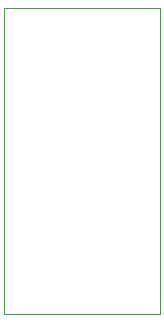
<source format=gbr>
%TF.GenerationSoftware,KiCad,Pcbnew,5.1.10*%
%TF.CreationDate,2021-05-25T21:26:01+02:00*%
%TF.ProjectId,leftside,6c656674-7369-4646-952e-6b696361645f,rev?*%
%TF.SameCoordinates,Original*%
%TF.FileFunction,Profile,NP*%
%FSLAX46Y46*%
G04 Gerber Fmt 4.6, Leading zero omitted, Abs format (unit mm)*
G04 Created by KiCad (PCBNEW 5.1.10) date 2021-05-25 21:26:01*
%MOMM*%
%LPD*%
G01*
G04 APERTURE LIST*
%TA.AperFunction,Profile*%
%ADD10C,0.050000*%
%TD*%
G04 APERTURE END LIST*
D10*
X140716000Y-64008000D02*
X140716000Y-38100000D01*
X127508000Y-64008000D02*
X140716000Y-64008000D01*
X140716000Y-38100000D02*
X127508000Y-38100000D01*
X127508000Y-38100000D02*
X127508000Y-64008000D01*
M02*

</source>
